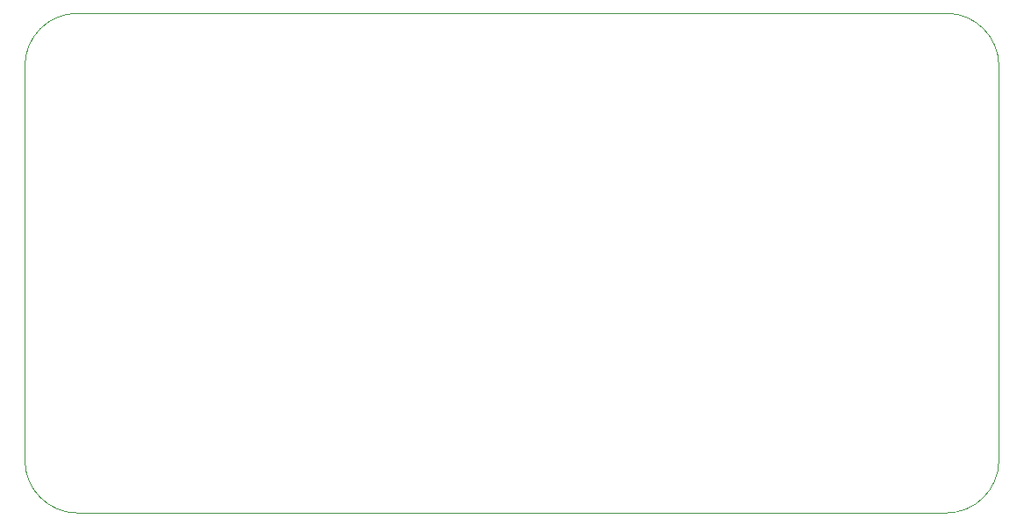
<source format=gbr>
G04 #@! TF.FileFunction,Profile,NP*
%FSLAX46Y46*%
G04 Gerber Fmt 4.6, Leading zero omitted, Abs format (unit mm)*
G04 Created by KiCad (PCBNEW 4.0.7-e2-6376~58~ubuntu16.04.1) date Thu Mar  8 23:26:20 2018*
%MOMM*%
%LPD*%
G01*
G04 APERTURE LIST*
%ADD10C,0.100000*%
G04 APERTURE END LIST*
D10*
X188633100Y-28930600D02*
G75*
G02X193713100Y-34010600I0J-5080000D01*
G01*
X193713100Y-72110600D02*
X193713100Y-34010600D01*
X104813100Y-28930600D02*
X188633100Y-28930600D01*
X99733100Y-72110600D02*
X99733100Y-34010600D01*
X104813100Y-77190600D02*
X188633100Y-77190600D01*
X99733100Y-34010600D02*
G75*
G02X104813100Y-28930600I5080000J0D01*
G01*
X104813100Y-77190600D02*
G75*
G02X99733100Y-72110600I0J5080000D01*
G01*
X193713100Y-72110600D02*
G75*
G02X188633100Y-77190600I-5080000J0D01*
G01*
M02*

</source>
